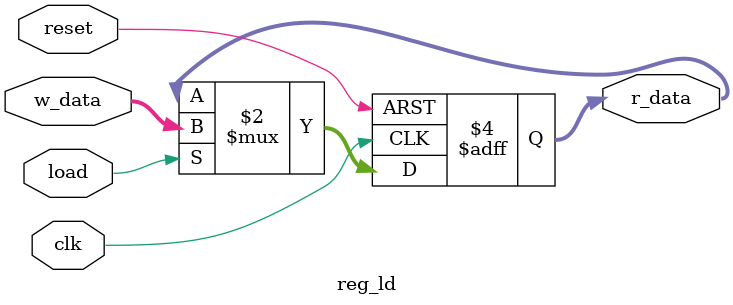
<source format=sv>

module reg_ld #(
    parameter SIZE = 64
)(
    // load flag
    input logic load,

    // data in/out
    input  logic [SIZE-1:0] w_data,
    output logic [SIZE-1:0] r_data,

    // clock and reset
    input logic clk,
    input logic reset
);

always_ff @(posedge clk, posedge reset) begin
    if (reset) begin
        r_data <= 0;
    end
    else if (load) begin
        r_data <= w_data;
    end
end
    
endmodule: reg_ld
</source>
